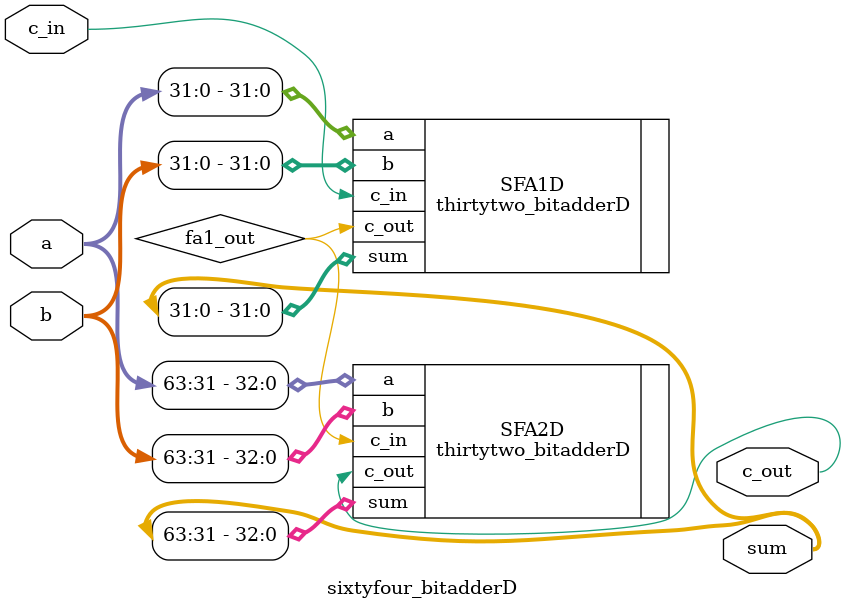
<source format=v>
`timescale 1ns / 1ps


module sixtyfour_bitadderD(a, b, c_in, c_out, sum);
    input [63:0] a;
    input [63:0] b;
    input c_in;
    output c_out;
    output [63:0] sum;
    wire fa1_out;
    
    thirtytwo_bitadderD SFA1D(.c_out(fa1_out), .sum(sum[31:0]), .a(a[31:0]), .b(b[31:0]), .c_in(c_in));
    thirtytwo_bitadderD SFA2D(.c_out(c_out), .sum(sum[63:31]), .a(a[63:31]), .b(b[63:31]), .c_in(fa1_out));
    
endmodule

</source>
